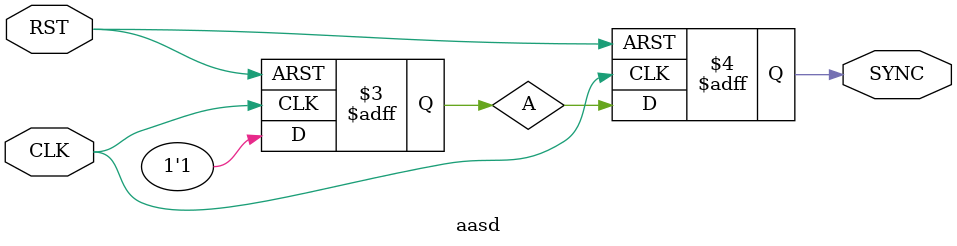
<source format=sv>
`timescale 1ns/1ns

module aasd(RST, CLK, SYNC);
	input RST, CLK;
	output reg SYNC;
	reg A;
	
	always @(posedge CLK or negedge RST)
	begin
		if(!RST) 
		begin
			A<= 1'b0;
			SYNC <= 1'b0;
		end
		else
		begin
			A<= 1'b1;
			SYNC <= A;
		end
	
	end
	
endmodule
</source>
